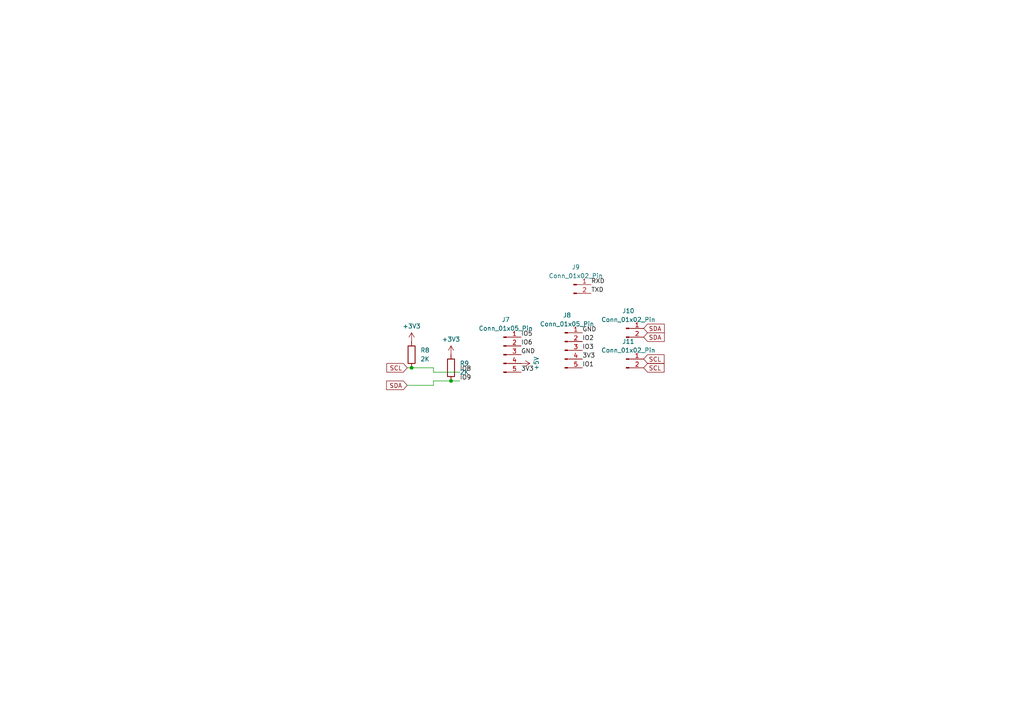
<source format=kicad_sch>
(kicad_sch
	(version 20250114)
	(generator "eeschema")
	(generator_version "9.0")
	(uuid "05c7699a-ed96-4b2f-abd7-97ec9861b1fc")
	(paper "A4")
	(lib_symbols
		(symbol "Connector:Conn_01x02_Pin"
			(pin_names
				(offset 1.016)
				(hide yes)
			)
			(exclude_from_sim no)
			(in_bom yes)
			(on_board yes)
			(property "Reference" "J"
				(at 0 2.54 0)
				(effects
					(font
						(size 1.27 1.27)
					)
				)
			)
			(property "Value" "Conn_01x02_Pin"
				(at 0 -5.08 0)
				(effects
					(font
						(size 1.27 1.27)
					)
				)
			)
			(property "Footprint" ""
				(at 0 0 0)
				(effects
					(font
						(size 1.27 1.27)
					)
					(hide yes)
				)
			)
			(property "Datasheet" "~"
				(at 0 0 0)
				(effects
					(font
						(size 1.27 1.27)
					)
					(hide yes)
				)
			)
			(property "Description" "Generic connector, single row, 01x02, script generated"
				(at 0 0 0)
				(effects
					(font
						(size 1.27 1.27)
					)
					(hide yes)
				)
			)
			(property "ki_locked" ""
				(at 0 0 0)
				(effects
					(font
						(size 1.27 1.27)
					)
				)
			)
			(property "ki_keywords" "connector"
				(at 0 0 0)
				(effects
					(font
						(size 1.27 1.27)
					)
					(hide yes)
				)
			)
			(property "ki_fp_filters" "Connector*:*_1x??_*"
				(at 0 0 0)
				(effects
					(font
						(size 1.27 1.27)
					)
					(hide yes)
				)
			)
			(symbol "Conn_01x02_Pin_1_1"
				(rectangle
					(start 0.8636 0.127)
					(end 0 -0.127)
					(stroke
						(width 0.1524)
						(type default)
					)
					(fill
						(type outline)
					)
				)
				(rectangle
					(start 0.8636 -2.413)
					(end 0 -2.667)
					(stroke
						(width 0.1524)
						(type default)
					)
					(fill
						(type outline)
					)
				)
				(polyline
					(pts
						(xy 1.27 0) (xy 0.8636 0)
					)
					(stroke
						(width 0.1524)
						(type default)
					)
					(fill
						(type none)
					)
				)
				(polyline
					(pts
						(xy 1.27 -2.54) (xy 0.8636 -2.54)
					)
					(stroke
						(width 0.1524)
						(type default)
					)
					(fill
						(type none)
					)
				)
				(pin passive line
					(at 5.08 0 180)
					(length 3.81)
					(name "Pin_1"
						(effects
							(font
								(size 1.27 1.27)
							)
						)
					)
					(number "1"
						(effects
							(font
								(size 1.27 1.27)
							)
						)
					)
				)
				(pin passive line
					(at 5.08 -2.54 180)
					(length 3.81)
					(name "Pin_2"
						(effects
							(font
								(size 1.27 1.27)
							)
						)
					)
					(number "2"
						(effects
							(font
								(size 1.27 1.27)
							)
						)
					)
				)
			)
			(embedded_fonts no)
		)
		(symbol "Connector:Conn_01x05_Pin"
			(pin_names
				(offset 1.016)
				(hide yes)
			)
			(exclude_from_sim no)
			(in_bom yes)
			(on_board yes)
			(property "Reference" "J"
				(at 0 7.62 0)
				(effects
					(font
						(size 1.27 1.27)
					)
				)
			)
			(property "Value" "Conn_01x05_Pin"
				(at 0 -7.62 0)
				(effects
					(font
						(size 1.27 1.27)
					)
				)
			)
			(property "Footprint" ""
				(at 0 0 0)
				(effects
					(font
						(size 1.27 1.27)
					)
					(hide yes)
				)
			)
			(property "Datasheet" "~"
				(at 0 0 0)
				(effects
					(font
						(size 1.27 1.27)
					)
					(hide yes)
				)
			)
			(property "Description" "Generic connector, single row, 01x05, script generated"
				(at 0 0 0)
				(effects
					(font
						(size 1.27 1.27)
					)
					(hide yes)
				)
			)
			(property "ki_locked" ""
				(at 0 0 0)
				(effects
					(font
						(size 1.27 1.27)
					)
				)
			)
			(property "ki_keywords" "connector"
				(at 0 0 0)
				(effects
					(font
						(size 1.27 1.27)
					)
					(hide yes)
				)
			)
			(property "ki_fp_filters" "Connector*:*_1x??_*"
				(at 0 0 0)
				(effects
					(font
						(size 1.27 1.27)
					)
					(hide yes)
				)
			)
			(symbol "Conn_01x05_Pin_1_1"
				(rectangle
					(start 0.8636 5.207)
					(end 0 4.953)
					(stroke
						(width 0.1524)
						(type default)
					)
					(fill
						(type outline)
					)
				)
				(rectangle
					(start 0.8636 2.667)
					(end 0 2.413)
					(stroke
						(width 0.1524)
						(type default)
					)
					(fill
						(type outline)
					)
				)
				(rectangle
					(start 0.8636 0.127)
					(end 0 -0.127)
					(stroke
						(width 0.1524)
						(type default)
					)
					(fill
						(type outline)
					)
				)
				(rectangle
					(start 0.8636 -2.413)
					(end 0 -2.667)
					(stroke
						(width 0.1524)
						(type default)
					)
					(fill
						(type outline)
					)
				)
				(rectangle
					(start 0.8636 -4.953)
					(end 0 -5.207)
					(stroke
						(width 0.1524)
						(type default)
					)
					(fill
						(type outline)
					)
				)
				(polyline
					(pts
						(xy 1.27 5.08) (xy 0.8636 5.08)
					)
					(stroke
						(width 0.1524)
						(type default)
					)
					(fill
						(type none)
					)
				)
				(polyline
					(pts
						(xy 1.27 2.54) (xy 0.8636 2.54)
					)
					(stroke
						(width 0.1524)
						(type default)
					)
					(fill
						(type none)
					)
				)
				(polyline
					(pts
						(xy 1.27 0) (xy 0.8636 0)
					)
					(stroke
						(width 0.1524)
						(type default)
					)
					(fill
						(type none)
					)
				)
				(polyline
					(pts
						(xy 1.27 -2.54) (xy 0.8636 -2.54)
					)
					(stroke
						(width 0.1524)
						(type default)
					)
					(fill
						(type none)
					)
				)
				(polyline
					(pts
						(xy 1.27 -5.08) (xy 0.8636 -5.08)
					)
					(stroke
						(width 0.1524)
						(type default)
					)
					(fill
						(type none)
					)
				)
				(pin passive line
					(at 5.08 5.08 180)
					(length 3.81)
					(name "Pin_1"
						(effects
							(font
								(size 1.27 1.27)
							)
						)
					)
					(number "1"
						(effects
							(font
								(size 1.27 1.27)
							)
						)
					)
				)
				(pin passive line
					(at 5.08 2.54 180)
					(length 3.81)
					(name "Pin_2"
						(effects
							(font
								(size 1.27 1.27)
							)
						)
					)
					(number "2"
						(effects
							(font
								(size 1.27 1.27)
							)
						)
					)
				)
				(pin passive line
					(at 5.08 0 180)
					(length 3.81)
					(name "Pin_3"
						(effects
							(font
								(size 1.27 1.27)
							)
						)
					)
					(number "3"
						(effects
							(font
								(size 1.27 1.27)
							)
						)
					)
				)
				(pin passive line
					(at 5.08 -2.54 180)
					(length 3.81)
					(name "Pin_4"
						(effects
							(font
								(size 1.27 1.27)
							)
						)
					)
					(number "4"
						(effects
							(font
								(size 1.27 1.27)
							)
						)
					)
				)
				(pin passive line
					(at 5.08 -5.08 180)
					(length 3.81)
					(name "Pin_5"
						(effects
							(font
								(size 1.27 1.27)
							)
						)
					)
					(number "5"
						(effects
							(font
								(size 1.27 1.27)
							)
						)
					)
				)
			)
			(embedded_fonts no)
		)
		(symbol "Device:R"
			(pin_numbers
				(hide yes)
			)
			(pin_names
				(offset 0)
			)
			(exclude_from_sim no)
			(in_bom yes)
			(on_board yes)
			(property "Reference" "R"
				(at 2.032 0 90)
				(effects
					(font
						(size 1.27 1.27)
					)
				)
			)
			(property "Value" "R"
				(at 0 0 90)
				(effects
					(font
						(size 1.27 1.27)
					)
				)
			)
			(property "Footprint" ""
				(at -1.778 0 90)
				(effects
					(font
						(size 1.27 1.27)
					)
					(hide yes)
				)
			)
			(property "Datasheet" "~"
				(at 0 0 0)
				(effects
					(font
						(size 1.27 1.27)
					)
					(hide yes)
				)
			)
			(property "Description" "Resistor"
				(at 0 0 0)
				(effects
					(font
						(size 1.27 1.27)
					)
					(hide yes)
				)
			)
			(property "ki_keywords" "R res resistor"
				(at 0 0 0)
				(effects
					(font
						(size 1.27 1.27)
					)
					(hide yes)
				)
			)
			(property "ki_fp_filters" "R_*"
				(at 0 0 0)
				(effects
					(font
						(size 1.27 1.27)
					)
					(hide yes)
				)
			)
			(symbol "R_0_1"
				(rectangle
					(start -1.016 -2.54)
					(end 1.016 2.54)
					(stroke
						(width 0.254)
						(type default)
					)
					(fill
						(type none)
					)
				)
			)
			(symbol "R_1_1"
				(pin passive line
					(at 0 3.81 270)
					(length 1.27)
					(name "~"
						(effects
							(font
								(size 1.27 1.27)
							)
						)
					)
					(number "1"
						(effects
							(font
								(size 1.27 1.27)
							)
						)
					)
				)
				(pin passive line
					(at 0 -3.81 90)
					(length 1.27)
					(name "~"
						(effects
							(font
								(size 1.27 1.27)
							)
						)
					)
					(number "2"
						(effects
							(font
								(size 1.27 1.27)
							)
						)
					)
				)
			)
			(embedded_fonts no)
		)
		(symbol "power:+3V3"
			(power)
			(pin_numbers
				(hide yes)
			)
			(pin_names
				(offset 0)
				(hide yes)
			)
			(exclude_from_sim no)
			(in_bom yes)
			(on_board yes)
			(property "Reference" "#PWR"
				(at 0 -3.81 0)
				(effects
					(font
						(size 1.27 1.27)
					)
					(hide yes)
				)
			)
			(property "Value" "+3V3"
				(at 0 3.556 0)
				(effects
					(font
						(size 1.27 1.27)
					)
				)
			)
			(property "Footprint" ""
				(at 0 0 0)
				(effects
					(font
						(size 1.27 1.27)
					)
					(hide yes)
				)
			)
			(property "Datasheet" ""
				(at 0 0 0)
				(effects
					(font
						(size 1.27 1.27)
					)
					(hide yes)
				)
			)
			(property "Description" "Power symbol creates a global label with name \"+3V3\""
				(at 0 0 0)
				(effects
					(font
						(size 1.27 1.27)
					)
					(hide yes)
				)
			)
			(property "ki_keywords" "global power"
				(at 0 0 0)
				(effects
					(font
						(size 1.27 1.27)
					)
					(hide yes)
				)
			)
			(symbol "+3V3_0_1"
				(polyline
					(pts
						(xy -0.762 1.27) (xy 0 2.54)
					)
					(stroke
						(width 0)
						(type default)
					)
					(fill
						(type none)
					)
				)
				(polyline
					(pts
						(xy 0 2.54) (xy 0.762 1.27)
					)
					(stroke
						(width 0)
						(type default)
					)
					(fill
						(type none)
					)
				)
				(polyline
					(pts
						(xy 0 0) (xy 0 2.54)
					)
					(stroke
						(width 0)
						(type default)
					)
					(fill
						(type none)
					)
				)
			)
			(symbol "+3V3_1_1"
				(pin power_in line
					(at 0 0 90)
					(length 0)
					(name "~"
						(effects
							(font
								(size 1.27 1.27)
							)
						)
					)
					(number "1"
						(effects
							(font
								(size 1.27 1.27)
							)
						)
					)
				)
			)
			(embedded_fonts no)
		)
		(symbol "power:+5V"
			(power)
			(pin_numbers
				(hide yes)
			)
			(pin_names
				(offset 0)
				(hide yes)
			)
			(exclude_from_sim no)
			(in_bom yes)
			(on_board yes)
			(property "Reference" "#PWR"
				(at 0 -3.81 0)
				(effects
					(font
						(size 1.27 1.27)
					)
					(hide yes)
				)
			)
			(property "Value" "+5V"
				(at 0 3.556 0)
				(effects
					(font
						(size 1.27 1.27)
					)
				)
			)
			(property "Footprint" ""
				(at 0 0 0)
				(effects
					(font
						(size 1.27 1.27)
					)
					(hide yes)
				)
			)
			(property "Datasheet" ""
				(at 0 0 0)
				(effects
					(font
						(size 1.27 1.27)
					)
					(hide yes)
				)
			)
			(property "Description" "Power symbol creates a global label with name \"+5V\""
				(at 0 0 0)
				(effects
					(font
						(size 1.27 1.27)
					)
					(hide yes)
				)
			)
			(property "ki_keywords" "global power"
				(at 0 0 0)
				(effects
					(font
						(size 1.27 1.27)
					)
					(hide yes)
				)
			)
			(symbol "+5V_0_1"
				(polyline
					(pts
						(xy -0.762 1.27) (xy 0 2.54)
					)
					(stroke
						(width 0)
						(type default)
					)
					(fill
						(type none)
					)
				)
				(polyline
					(pts
						(xy 0 2.54) (xy 0.762 1.27)
					)
					(stroke
						(width 0)
						(type default)
					)
					(fill
						(type none)
					)
				)
				(polyline
					(pts
						(xy 0 0) (xy 0 2.54)
					)
					(stroke
						(width 0)
						(type default)
					)
					(fill
						(type none)
					)
				)
			)
			(symbol "+5V_1_1"
				(pin power_in line
					(at 0 0 90)
					(length 0)
					(name "~"
						(effects
							(font
								(size 1.27 1.27)
							)
						)
					)
					(number "1"
						(effects
							(font
								(size 1.27 1.27)
							)
						)
					)
				)
			)
			(embedded_fonts no)
		)
	)
	(junction
		(at 130.81 110.49)
		(diameter 0)
		(color 0 0 0 0)
		(uuid "c227f873-7585-459e-bb0d-ac8acbe2280f")
	)
	(junction
		(at 119.38 106.68)
		(diameter 0)
		(color 0 0 0 0)
		(uuid "dc12e04c-2f25-494d-8207-e3d41d98af9d")
	)
	(wire
		(pts
			(xy 125.73 106.68) (xy 125.73 107.95)
		)
		(stroke
			(width 0)
			(type default)
		)
		(uuid "3d256cd2-f747-497f-9e7a-ba6209d545fb")
	)
	(wire
		(pts
			(xy 118.11 106.68) (xy 119.38 106.68)
		)
		(stroke
			(width 0)
			(type default)
		)
		(uuid "4e9eb9fd-2c4d-4777-beef-a97284f03210")
	)
	(wire
		(pts
			(xy 125.73 107.95) (xy 133.35 107.95)
		)
		(stroke
			(width 0)
			(type default)
		)
		(uuid "5890e971-6d9c-4729-bcd2-2a08d8aa9a8d")
	)
	(wire
		(pts
			(xy 119.38 106.68) (xy 125.73 106.68)
		)
		(stroke
			(width 0)
			(type default)
		)
		(uuid "5f9bd1b1-e4c0-4470-ae68-d9526dfe87ee")
	)
	(wire
		(pts
			(xy 125.73 111.76) (xy 125.73 110.49)
		)
		(stroke
			(width 0)
			(type default)
		)
		(uuid "73357c12-1fa4-4b49-b3e3-e724e2d9292e")
	)
	(wire
		(pts
			(xy 130.81 110.49) (xy 133.35 110.49)
		)
		(stroke
			(width 0)
			(type default)
		)
		(uuid "82378529-9c46-4f71-9f4d-442f0e78d105")
	)
	(wire
		(pts
			(xy 118.11 111.76) (xy 125.73 111.76)
		)
		(stroke
			(width 0)
			(type default)
		)
		(uuid "a217f97f-76aa-4881-b68a-698af67df653")
	)
	(wire
		(pts
			(xy 125.73 110.49) (xy 130.81 110.49)
		)
		(stroke
			(width 0)
			(type default)
		)
		(uuid "f6a743f9-03ca-45c9-abad-4d2eb2e8f2b4")
	)
	(label "IO6"
		(at 151.13 100.33 0)
		(effects
			(font
				(size 1.27 1.27)
			)
			(justify left bottom)
		)
		(uuid "00b76213-4e90-4038-af6c-324ddb29c5c1")
	)
	(label "IO5"
		(at 151.13 97.79 0)
		(effects
			(font
				(size 1.27 1.27)
			)
			(justify left bottom)
		)
		(uuid "0cad3a0f-f663-487e-8a25-8bbaa3402b84")
	)
	(label "IO9"
		(at 133.35 110.49 0)
		(effects
			(font
				(size 1.27 1.27)
			)
			(justify left bottom)
		)
		(uuid "41afc537-3b07-4360-882c-1e78223b2b23")
	)
	(label "3V3"
		(at 151.13 107.95 0)
		(effects
			(font
				(size 1.27 1.27)
			)
			(justify left bottom)
		)
		(uuid "5ca9d134-9345-44f8-9934-a49ad048cafd")
	)
	(label "RXD"
		(at 171.45 82.55 0)
		(effects
			(font
				(size 1.27 1.27)
			)
			(justify left bottom)
		)
		(uuid "64c9a2d1-3fb6-45df-880c-458b07f2ae83")
	)
	(label "IO8"
		(at 133.35 107.95 0)
		(effects
			(font
				(size 1.27 1.27)
			)
			(justify left bottom)
		)
		(uuid "6d797f4f-1e2c-4989-8cad-ca7107a1ec19")
	)
	(label "TXD"
		(at 171.45 85.09 0)
		(effects
			(font
				(size 1.27 1.27)
			)
			(justify left bottom)
		)
		(uuid "899ba3b2-eb71-407f-a185-bb6ba784c3ea")
	)
	(label "GND"
		(at 151.13 102.87 0)
		(effects
			(font
				(size 1.27 1.27)
			)
			(justify left bottom)
		)
		(uuid "bcc2742d-0417-4e53-81c9-2d60e6f26775")
	)
	(label "IO3"
		(at 168.91 101.6 0)
		(effects
			(font
				(size 1.27 1.27)
			)
			(justify left bottom)
		)
		(uuid "bfb04ad4-b72a-4467-8bf1-77e075f3edb7")
	)
	(label "3V3"
		(at 168.91 104.14 0)
		(effects
			(font
				(size 1.27 1.27)
			)
			(justify left bottom)
		)
		(uuid "c9c77e8a-9b53-40ff-b7ba-7435e8215126")
	)
	(label "GND"
		(at 168.91 96.52 0)
		(effects
			(font
				(size 1.27 1.27)
			)
			(justify left bottom)
		)
		(uuid "e21a988f-99a4-4034-a8af-abd653db07c7")
	)
	(label "IO2"
		(at 168.91 99.06 0)
		(effects
			(font
				(size 1.27 1.27)
			)
			(justify left bottom)
		)
		(uuid "e71f5154-b99f-4877-92a5-7f2ff4c0bc8b")
	)
	(label "IO1"
		(at 168.91 106.68 0)
		(effects
			(font
				(size 1.27 1.27)
			)
			(justify left bottom)
		)
		(uuid "e7e5edf6-6600-4639-84ef-fc6e4376a951")
	)
	(global_label "SDA"
		(shape input)
		(at 186.69 97.79 0)
		(fields_autoplaced yes)
		(effects
			(font
				(size 1.27 1.27)
			)
			(justify left)
		)
		(uuid "37d6bfd7-1dd8-4341-b6ba-9643ca2b247a")
		(property "Intersheetrefs" "${INTERSHEET_REFS}"
			(at 193.2433 97.79 0)
			(effects
				(font
					(size 1.27 1.27)
				)
				(justify left)
				(hide yes)
			)
		)
	)
	(global_label "SDA"
		(shape input)
		(at 118.11 111.76 180)
		(fields_autoplaced yes)
		(effects
			(font
				(size 1.27 1.27)
			)
			(justify right)
		)
		(uuid "3c95d41d-eda3-4172-8eaf-6efedbf1952e")
		(property "Intersheetrefs" "${INTERSHEET_REFS}"
			(at 111.5567 111.76 0)
			(effects
				(font
					(size 1.27 1.27)
				)
				(justify right)
				(hide yes)
			)
		)
	)
	(global_label "SDA"
		(shape input)
		(at 186.69 95.25 0)
		(fields_autoplaced yes)
		(effects
			(font
				(size 1.27 1.27)
			)
			(justify left)
		)
		(uuid "6ac8002e-0650-47dd-958c-2145708a5549")
		(property "Intersheetrefs" "${INTERSHEET_REFS}"
			(at 193.2433 95.25 0)
			(effects
				(font
					(size 1.27 1.27)
				)
				(justify left)
				(hide yes)
			)
		)
	)
	(global_label "SCL"
		(shape input)
		(at 186.69 104.14 0)
		(fields_autoplaced yes)
		(effects
			(font
				(size 1.27 1.27)
			)
			(justify left)
		)
		(uuid "7e34e20e-a50d-4edc-a4f6-37a11e0707ef")
		(property "Intersheetrefs" "${INTERSHEET_REFS}"
			(at 193.1828 104.14 0)
			(effects
				(font
					(size 1.27 1.27)
				)
				(justify left)
				(hide yes)
			)
		)
		(property "Netclass" ""
			(at 186.69 106.3308 0)
			(effects
				(font
					(size 1.27 1.27)
				)
				(justify left)
				(hide yes)
			)
		)
	)
	(global_label "SCL"
		(shape input)
		(at 186.69 106.68 0)
		(fields_autoplaced yes)
		(effects
			(font
				(size 1.27 1.27)
			)
			(justify left)
		)
		(uuid "d93cda65-78e6-4209-a45d-c9d61ca7f703")
		(property "Intersheetrefs" "${INTERSHEET_REFS}"
			(at 193.1828 106.68 0)
			(effects
				(font
					(size 1.27 1.27)
				)
				(justify left)
				(hide yes)
			)
		)
		(property "Netclass" ""
			(at 186.69 108.8708 0)
			(effects
				(font
					(size 1.27 1.27)
				)
				(justify left)
				(hide yes)
			)
		)
	)
	(global_label "SCL"
		(shape input)
		(at 118.11 106.68 180)
		(fields_autoplaced yes)
		(effects
			(font
				(size 1.27 1.27)
			)
			(justify right)
		)
		(uuid "fefe35a2-72b7-44b9-ad9e-0df3c7c4f2cd")
		(property "Intersheetrefs" "${INTERSHEET_REFS}"
			(at 111.6172 106.68 0)
			(effects
				(font
					(size 1.27 1.27)
				)
				(justify right)
				(hide yes)
			)
		)
	)
	(symbol
		(lib_id "Connector:Conn_01x02_Pin")
		(at 166.37 82.55 0)
		(unit 1)
		(exclude_from_sim no)
		(in_bom yes)
		(on_board yes)
		(dnp no)
		(fields_autoplaced yes)
		(uuid "265b7be5-ce3b-4603-822b-905ce04ceb54")
		(property "Reference" "J9"
			(at 167.005 77.47 0)
			(effects
				(font
					(size 1.27 1.27)
				)
			)
		)
		(property "Value" "Conn_01x02_Pin"
			(at 167.005 80.01 0)
			(effects
				(font
					(size 1.27 1.27)
				)
			)
		)
		(property "Footprint" "Connector_PinHeader_1.00mm:PinHeader_1x02_P1.00mm_Vertical"
			(at 166.37 82.55 0)
			(effects
				(font
					(size 1.27 1.27)
				)
				(hide yes)
			)
		)
		(property "Datasheet" "~"
			(at 166.37 82.55 0)
			(effects
				(font
					(size 1.27 1.27)
				)
				(hide yes)
			)
		)
		(property "Description" "Generic connector, single row, 01x02, script generated"
			(at 166.37 82.55 0)
			(effects
				(font
					(size 1.27 1.27)
				)
				(hide yes)
			)
		)
		(pin "2"
			(uuid "61c637fa-c2c1-4085-ac13-0d7bc5175365")
		)
		(pin "1"
			(uuid "beb58fcd-1aef-4492-a973-62971f32f1a9")
		)
		(instances
			(project "SpectrumLabV1"
				(path "/a7bd77f5-8524-422b-aae0-98a46d8f8d84/65d3c0aa-bc96-42be-a5b6-da2d78d799ce"
					(reference "J9")
					(unit 1)
				)
			)
		)
	)
	(symbol
		(lib_id "power:+5V")
		(at 151.13 105.41 270)
		(unit 1)
		(exclude_from_sim no)
		(in_bom yes)
		(on_board yes)
		(dnp no)
		(uuid "34db1cdc-d92f-41dd-9b81-c6ce4a66ce64")
		(property "Reference" "#PWR025"
			(at 147.32 105.41 0)
			(effects
				(font
					(size 1.27 1.27)
				)
				(hide yes)
			)
		)
		(property "Value" "+5V"
			(at 155.575 105.41 0)
			(effects
				(font
					(size 1.27 1.27)
				)
			)
		)
		(property "Footprint" ""
			(at 151.13 105.41 0)
			(effects
				(font
					(size 1.27 1.27)
				)
				(hide yes)
			)
		)
		(property "Datasheet" ""
			(at 151.13 105.41 0)
			(effects
				(font
					(size 1.27 1.27)
				)
				(hide yes)
			)
		)
		(property "Description" "Power symbol creates a global label with name \"+5V\""
			(at 151.13 105.41 0)
			(effects
				(font
					(size 1.27 1.27)
				)
				(hide yes)
			)
		)
		(pin "1"
			(uuid "6e4f1f5e-0c9e-4239-9548-43887818cd8b")
		)
		(instances
			(project "SpectrumLabV1"
				(path "/a7bd77f5-8524-422b-aae0-98a46d8f8d84/65d3c0aa-bc96-42be-a5b6-da2d78d799ce"
					(reference "#PWR025")
					(unit 1)
				)
			)
		)
	)
	(symbol
		(lib_id "Device:R")
		(at 130.81 106.68 0)
		(unit 1)
		(exclude_from_sim no)
		(in_bom yes)
		(on_board yes)
		(dnp no)
		(uuid "3d576bcf-ec10-4e66-8c9e-a6cc251e82fc")
		(property "Reference" "R9"
			(at 133.35 105.4099 0)
			(effects
				(font
					(size 1.27 1.27)
				)
				(justify left)
			)
		)
		(property "Value" "2K"
			(at 133.35 107.9499 0)
			(effects
				(font
					(size 1.27 1.27)
				)
				(justify left)
			)
		)
		(property "Footprint" "Capacitor_SMD:C_0805_2012Metric"
			(at 129.032 106.68 90)
			(effects
				(font
					(size 1.27 1.27)
				)
				(hide yes)
			)
		)
		(property "Datasheet" "~"
			(at 130.81 106.68 0)
			(effects
				(font
					(size 1.27 1.27)
				)
				(hide yes)
			)
		)
		(property "Description" "Resistor"
			(at 130.81 106.68 0)
			(effects
				(font
					(size 1.27 1.27)
				)
				(hide yes)
			)
		)
		(pin "2"
			(uuid "9ca8ab27-6f0a-4cca-bf0b-cdf8510e263f")
		)
		(pin "1"
			(uuid "4d662222-f39d-424b-9421-b80ecbb22180")
		)
		(instances
			(project "SpectrumLabV1"
				(path "/a7bd77f5-8524-422b-aae0-98a46d8f8d84/65d3c0aa-bc96-42be-a5b6-da2d78d799ce"
					(reference "R9")
					(unit 1)
				)
			)
		)
	)
	(symbol
		(lib_id "Connector:Conn_01x02_Pin")
		(at 181.61 95.25 0)
		(unit 1)
		(exclude_from_sim no)
		(in_bom yes)
		(on_board yes)
		(dnp no)
		(fields_autoplaced yes)
		(uuid "6e681d39-be67-4910-935f-0ddef4b31225")
		(property "Reference" "J10"
			(at 182.245 90.17 0)
			(effects
				(font
					(size 1.27 1.27)
				)
			)
		)
		(property "Value" "Conn_01x02_Pin"
			(at 182.245 92.71 0)
			(effects
				(font
					(size 1.27 1.27)
				)
			)
		)
		(property "Footprint" "Connector_PinHeader_1.00mm:PinHeader_1x02_P1.00mm_Vertical"
			(at 181.61 95.25 0)
			(effects
				(font
					(size 1.27 1.27)
				)
				(hide yes)
			)
		)
		(property "Datasheet" "~"
			(at 181.61 95.25 0)
			(effects
				(font
					(size 1.27 1.27)
				)
				(hide yes)
			)
		)
		(property "Description" "Generic connector, single row, 01x02, script generated"
			(at 181.61 95.25 0)
			(effects
				(font
					(size 1.27 1.27)
				)
				(hide yes)
			)
		)
		(pin "1"
			(uuid "b5dd6b37-13bf-41e0-ab5e-958f83b812ac")
		)
		(pin "2"
			(uuid "3b583473-edbd-4947-b7c7-59d658a010e5")
		)
		(instances
			(project "SpectrumLabV1"
				(path "/a7bd77f5-8524-422b-aae0-98a46d8f8d84/65d3c0aa-bc96-42be-a5b6-da2d78d799ce"
					(reference "J10")
					(unit 1)
				)
			)
		)
	)
	(symbol
		(lib_id "Connector:Conn_01x02_Pin")
		(at 181.61 104.14 0)
		(unit 1)
		(exclude_from_sim no)
		(in_bom yes)
		(on_board yes)
		(dnp no)
		(fields_autoplaced yes)
		(uuid "78a83fd8-9972-4076-8e81-ec56ed587304")
		(property "Reference" "J11"
			(at 182.245 99.06 0)
			(effects
				(font
					(size 1.27 1.27)
				)
			)
		)
		(property "Value" "Conn_01x02_Pin"
			(at 182.245 101.6 0)
			(effects
				(font
					(size 1.27 1.27)
				)
			)
		)
		(property "Footprint" "Connector_PinHeader_1.00mm:PinHeader_1x02_P1.00mm_Vertical"
			(at 181.61 104.14 0)
			(effects
				(font
					(size 1.27 1.27)
				)
				(hide yes)
			)
		)
		(property "Datasheet" "~"
			(at 181.61 104.14 0)
			(effects
				(font
					(size 1.27 1.27)
				)
				(hide yes)
			)
		)
		(property "Description" "Generic connector, single row, 01x02, script generated"
			(at 181.61 104.14 0)
			(effects
				(font
					(size 1.27 1.27)
				)
				(hide yes)
			)
		)
		(pin "1"
			(uuid "00c386ff-2202-4c84-8f08-5ad6153d205b")
		)
		(pin "2"
			(uuid "144f7b40-c59b-43e3-af7c-c68150f8cf1e")
		)
		(instances
			(project "SpectrumLabV1"
				(path "/a7bd77f5-8524-422b-aae0-98a46d8f8d84/65d3c0aa-bc96-42be-a5b6-da2d78d799ce"
					(reference "J11")
					(unit 1)
				)
			)
		)
	)
	(symbol
		(lib_id "Device:R")
		(at 119.38 102.87 0)
		(unit 1)
		(exclude_from_sim no)
		(in_bom yes)
		(on_board yes)
		(dnp no)
		(fields_autoplaced yes)
		(uuid "86a663df-df54-4302-9663-917e2d9bb00b")
		(property "Reference" "R8"
			(at 121.92 101.5999 0)
			(effects
				(font
					(size 1.27 1.27)
				)
				(justify left)
			)
		)
		(property "Value" "2K"
			(at 121.92 104.1399 0)
			(effects
				(font
					(size 1.27 1.27)
				)
				(justify left)
			)
		)
		(property "Footprint" "Capacitor_SMD:C_0805_2012Metric"
			(at 117.602 102.87 90)
			(effects
				(font
					(size 1.27 1.27)
				)
				(hide yes)
			)
		)
		(property "Datasheet" "~"
			(at 119.38 102.87 0)
			(effects
				(font
					(size 1.27 1.27)
				)
				(hide yes)
			)
		)
		(property "Description" "Resistor"
			(at 119.38 102.87 0)
			(effects
				(font
					(size 1.27 1.27)
				)
				(hide yes)
			)
		)
		(pin "2"
			(uuid "0d8a2614-03f5-4439-8e63-e7f0d233e5a1")
		)
		(pin "1"
			(uuid "de2d8c45-7fa8-4d9d-ab8d-d7efa91bf0b3")
		)
		(instances
			(project "SpectrumLabV1"
				(path "/a7bd77f5-8524-422b-aae0-98a46d8f8d84/65d3c0aa-bc96-42be-a5b6-da2d78d799ce"
					(reference "R8")
					(unit 1)
				)
			)
		)
	)
	(symbol
		(lib_id "power:+3V3")
		(at 130.81 102.87 0)
		(unit 1)
		(exclude_from_sim no)
		(in_bom yes)
		(on_board yes)
		(dnp no)
		(uuid "98297937-4abd-4903-9b1e-6ebd3bde7228")
		(property "Reference" "#PWR024"
			(at 130.81 106.68 0)
			(effects
				(font
					(size 1.27 1.27)
				)
				(hide yes)
			)
		)
		(property "Value" "+3V3"
			(at 130.81 98.425 0)
			(effects
				(font
					(size 1.27 1.27)
				)
			)
		)
		(property "Footprint" ""
			(at 130.81 102.87 0)
			(effects
				(font
					(size 1.27 1.27)
				)
				(hide yes)
			)
		)
		(property "Datasheet" ""
			(at 130.81 102.87 0)
			(effects
				(font
					(size 1.27 1.27)
				)
				(hide yes)
			)
		)
		(property "Description" "Power symbol creates a global label with name \"+3V3\""
			(at 130.81 102.87 0)
			(effects
				(font
					(size 1.27 1.27)
				)
				(hide yes)
			)
		)
		(pin "1"
			(uuid "3fedc2f4-c984-4760-b3c8-6fa4ebf735a1")
		)
		(instances
			(project "SpectrumLabV1"
				(path "/a7bd77f5-8524-422b-aae0-98a46d8f8d84/65d3c0aa-bc96-42be-a5b6-da2d78d799ce"
					(reference "#PWR024")
					(unit 1)
				)
			)
		)
	)
	(symbol
		(lib_id "Connector:Conn_01x05_Pin")
		(at 163.83 101.6 0)
		(unit 1)
		(exclude_from_sim no)
		(in_bom yes)
		(on_board yes)
		(dnp no)
		(fields_autoplaced yes)
		(uuid "bcd373f2-685f-4748-b8ee-0e29cf15b403")
		(property "Reference" "J8"
			(at 164.465 91.44 0)
			(effects
				(font
					(size 1.27 1.27)
				)
			)
		)
		(property "Value" "Conn_01x05_Pin"
			(at 164.465 93.98 0)
			(effects
				(font
					(size 1.27 1.27)
				)
			)
		)
		(property "Footprint" "Connector_PinHeader_2.54mm:PinHeader_1x05_P2.54mm_Vertical"
			(at 163.83 101.6 0)
			(effects
				(font
					(size 1.27 1.27)
				)
				(hide yes)
			)
		)
		(property "Datasheet" "~"
			(at 163.83 101.6 0)
			(effects
				(font
					(size 1.27 1.27)
				)
				(hide yes)
			)
		)
		(property "Description" "Generic connector, single row, 01x05, script generated"
			(at 163.83 101.6 0)
			(effects
				(font
					(size 1.27 1.27)
				)
				(hide yes)
			)
		)
		(pin "3"
			(uuid "7d7703c4-3ade-4616-b0ba-21d67c4f4724")
		)
		(pin "5"
			(uuid "7ae03b6e-e75a-4f06-8221-287184d693d7")
		)
		(pin "2"
			(uuid "0aa038d6-df97-47f1-8efd-dddc0a54e598")
		)
		(pin "1"
			(uuid "27a20771-0ce1-45fc-afd9-35cbde365cdc")
		)
		(pin "4"
			(uuid "414d89f9-fca4-4d91-8b12-d99bb6ffa069")
		)
		(instances
			(project "SpectrumLabV1"
				(path "/a7bd77f5-8524-422b-aae0-98a46d8f8d84/65d3c0aa-bc96-42be-a5b6-da2d78d799ce"
					(reference "J8")
					(unit 1)
				)
			)
		)
	)
	(symbol
		(lib_id "power:+3V3")
		(at 119.38 99.06 0)
		(unit 1)
		(exclude_from_sim no)
		(in_bom yes)
		(on_board yes)
		(dnp no)
		(uuid "ca4351ad-67d9-4f11-8891-3070f4335f2f")
		(property "Reference" "#PWR018"
			(at 119.38 102.87 0)
			(effects
				(font
					(size 1.27 1.27)
				)
				(hide yes)
			)
		)
		(property "Value" "+3V3"
			(at 119.38 94.615 0)
			(effects
				(font
					(size 1.27 1.27)
				)
			)
		)
		(property "Footprint" ""
			(at 119.38 99.06 0)
			(effects
				(font
					(size 1.27 1.27)
				)
				(hide yes)
			)
		)
		(property "Datasheet" ""
			(at 119.38 99.06 0)
			(effects
				(font
					(size 1.27 1.27)
				)
				(hide yes)
			)
		)
		(property "Description" "Power symbol creates a global label with name \"+3V3\""
			(at 119.38 99.06 0)
			(effects
				(font
					(size 1.27 1.27)
				)
				(hide yes)
			)
		)
		(pin "1"
			(uuid "29a5bd7e-f980-4ed1-a5aa-bc8ed8886a19")
		)
		(instances
			(project "SpectrumLabV1"
				(path "/a7bd77f5-8524-422b-aae0-98a46d8f8d84/65d3c0aa-bc96-42be-a5b6-da2d78d799ce"
					(reference "#PWR018")
					(unit 1)
				)
			)
		)
	)
	(symbol
		(lib_id "Connector:Conn_01x05_Pin")
		(at 146.05 102.87 0)
		(unit 1)
		(exclude_from_sim no)
		(in_bom yes)
		(on_board yes)
		(dnp no)
		(fields_autoplaced yes)
		(uuid "cb6e307b-fa46-463e-a957-249b37003bf9")
		(property "Reference" "J7"
			(at 146.685 92.71 0)
			(effects
				(font
					(size 1.27 1.27)
				)
			)
		)
		(property "Value" "Conn_01x05_Pin"
			(at 146.685 95.25 0)
			(effects
				(font
					(size 1.27 1.27)
				)
			)
		)
		(property "Footprint" "Connector_PinHeader_2.54mm:PinHeader_1x05_P2.54mm_Vertical"
			(at 146.05 102.87 0)
			(effects
				(font
					(size 1.27 1.27)
				)
				(hide yes)
			)
		)
		(property "Datasheet" "~"
			(at 146.05 102.87 0)
			(effects
				(font
					(size 1.27 1.27)
				)
				(hide yes)
			)
		)
		(property "Description" "Generic connector, single row, 01x05, script generated"
			(at 146.05 102.87 0)
			(effects
				(font
					(size 1.27 1.27)
				)
				(hide yes)
			)
		)
		(pin "3"
			(uuid "c27ec0dc-806a-4b26-8e3f-9c9ed5b09278")
		)
		(pin "5"
			(uuid "57372515-d407-48e8-bcb3-ce9a63295527")
		)
		(pin "2"
			(uuid "ac101c83-ef11-434d-9913-2681f0ea0ff5")
		)
		(pin "1"
			(uuid "13cb4a6d-7bac-4273-b1e8-34626158184e")
		)
		(pin "4"
			(uuid "fe28f418-651d-4965-bcf8-8e269f50d525")
		)
		(instances
			(project "SpectrumLabV1"
				(path "/a7bd77f5-8524-422b-aae0-98a46d8f8d84/65d3c0aa-bc96-42be-a5b6-da2d78d799ce"
					(reference "J7")
					(unit 1)
				)
			)
		)
	)
)

</source>
